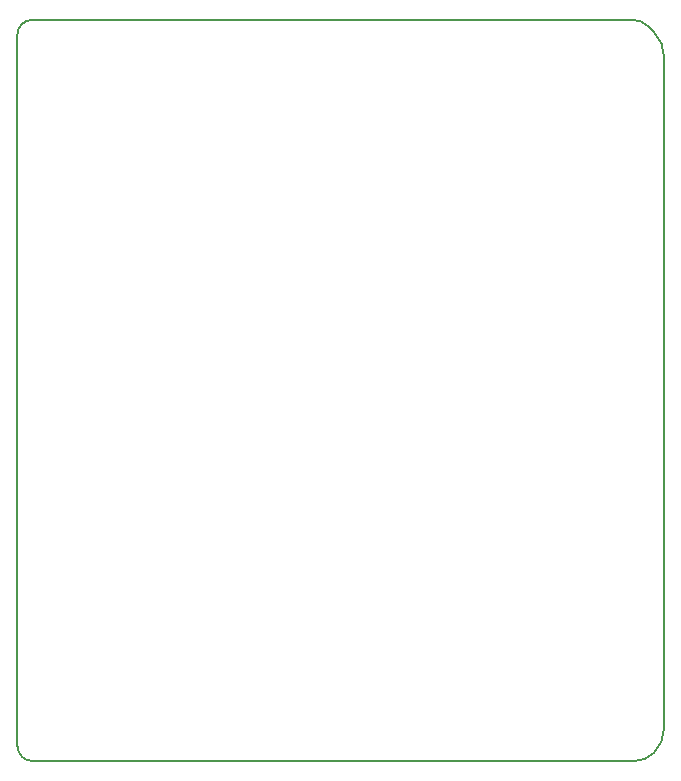
<source format=gko>
G04*
G04 #@! TF.GenerationSoftware,Altium Limited,Altium Designer,18.1.5 (160)*
G04*
G04 Layer_Color=16711935*
%FSTAX24Y24*%
%MOIN*%
G70*
G01*
G75*
%ADD17C,0.0080*%
D17*
X005091Y044465D02*
G03*
X004591Y043965I0J-0005D01*
G01*
Y020255D02*
G03*
X005091Y019755I0005J0D01*
G01*
X025155D02*
G03*
X025798Y020021I0J00091D01*
G01*
D02*
G03*
X026151Y020875I-000854J000854D01*
G01*
Y043215D02*
G03*
X025798Y044068I-001207J0D01*
G01*
X025631Y044235D02*
G03*
X025076Y044465I-000555J-000555D01*
G01*
X012171Y01975D02*
X019431D01*
X019051Y019755D02*
X025155D01*
X005751D02*
X012171D01*
X005091Y044465D02*
X005619D01*
X004591Y042645D02*
Y043965D01*
Y020255D02*
Y020733D01*
X005091Y019755D02*
X005751D01*
X004591Y020733D02*
Y042645D01*
X026151Y020875D02*
Y043215D01*
X025631Y044235D02*
X025798Y044068D01*
X005619Y044465D02*
X025076D01*
M02*

</source>
